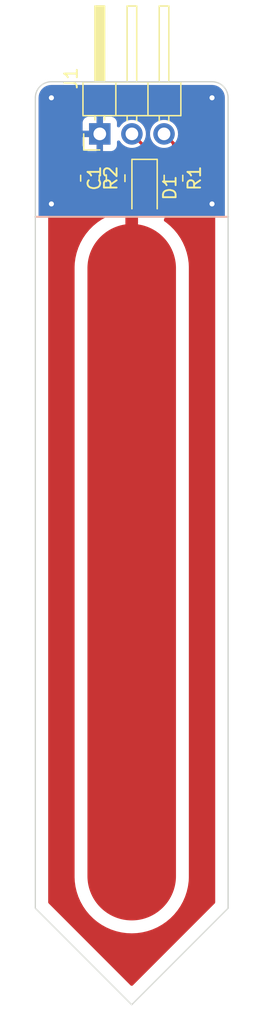
<source format=kicad_pcb>
(kicad_pcb (version 20211014) (generator pcbnew)
  (layers (0 "F.Cu" signal) (31 "B.Cu" signal) (34 "B.Paste" user) (35 "F.Paste" user) (36 "B.SilkS" user "B.Silkscreen") (37 "F.SilkS" user "F.Silkscreen") (38 "B.Mask" user) (39 "F.Mask" user) (44 "Edge.Cuts" user))
  (net 0 "")
  (net 1 "/OUT")
  (net 2 "GND")
  (net 3 "Net-(D1-Pad2)")
  (net 4 "/PULSE")
  (footprint "Capacitor_SMD:C_0805_2012Metric" (layer "F.Cu") (at 135.89 94.234 90)
    (fp_text reference "C1" (at 0 -1.68 90) (layer "F.SilkS"))
    (fp_text value "1u")
    (fp_line (start -0.261252 0.735) (end 0.261252 0.735) (layer "F.SilkS") (width 0.12))
    (fp_line (start -0.261252 -0.735) (end 0.261252 -0.735) (layer "F.SilkS") (width 0.12))
    (pad "1" smd roundrect (at -0.95 0 90) (size 1 1.45) (layers "F.Cu" "F.Paste" "F.Mask") (net 1 "/OUT"))
    (pad "2" smd roundrect (at 0.95 0 90) (size 1 1.45) (layers "F.Cu" "F.Paste" "F.Mask") (net 2 "GND"))
  )
  (footprint "Resistor_SMD:R_0805_2012Metric" (layer "F.Cu") (at 133.858 94.234 -90)
    (fp_text reference "R2" (at 0 -1.65 90) (layer "F.SilkS"))
    (fp_text value "1M")
    (fp_line (start -0.227064 0.735) (end 0.227064 0.735) (layer "F.SilkS") (width 0.12))
    (fp_line (start -0.227064 -0.735) (end 0.227064 -0.735) (layer "F.SilkS") (width 0.12))
    (pad "1" smd roundrect (at -0.9125 0 270) (size 1.025 1.4) (layers "F.Cu" "F.Paste" "F.Mask") (roundrect_rratio 0.243902) (net 2 "GND"))
    (pad "2" smd roundrect (at 0.9125 0 270) (size 1.025 1.4) (layers "F.Cu" "F.Paste" "F.Mask") (roundrect_rratio 0.243902) (net 1 "/OUT"))
  )
  (footprint "Diode_SMD:D_SOD-123" (layer "F.Cu") (at 138.176 94.996 -90)
    (fp_text reference "D1" (at 0 -2 90) (layer "F.SilkS"))
    (fp_text value "1N4148W")
    (fp_line (start -2.25 -1) (end 1.65 -1) (layer "F.SilkS") (width 0.12))
    (fp_line (start -2.25 1) (end 1.65 1) (layer "F.SilkS") (width 0.12))
    (fp_line (start -2.25 -1) (end -2.25 1) (layer "F.SilkS") (width 0.12))
    (pad "1" smd rect (at -1.65 0 270) (size 0.9 1.2) (layers "F.Cu" "F.Paste" "F.Mask") (net 1 "/OUT"))
    (pad "2" smd rect (at 1.65 0 270) (size 0.9 1.2) (layers "F.Cu" "F.Paste" "F.Mask") (net 3 "Net-(D1-Pad2)"))
  )
  (footprint "Connector_PinHeader_2.54mm:PinHeader_1x03_P2.54mm_Horizontal" (layer "F.Cu") (at 134.635 90.735 90)
    (fp_text reference "J1" (at 4.385 -2.27 90) (layer "F.SilkS"))
    (fp_text value "Conn_01x03")
    (fp_line (start 10.1 5.46) (end 4.1 5.46) (layer "F.SilkS") (width 0.12))
    (fp_line (start 1.44 3.81) (end 4.1 3.81) (layer "F.SilkS") (width 0.12))
    (fp_line (start 1.042929 4.7) (end 1.44 4.7) (layer "F.SilkS") (width 0.12))
    (fp_line (start 10.1 -0.38) (end 10.1 0.38) (layer "F.SilkS") (width 0.12))
    (fp_line (start 4.1 2.16) (end 10.1 2.16) (layer "F.SilkS") (width 0.12))
    (fp_line (start 1.11 -0.38) (end 1.44 -0.38) (layer "F.SilkS") (width 0.12))
    (fp_line (start 1.44 6.41) (end 4.1 6.41) (layer "F.SilkS") (width 0.12))
    (fp_line (start 10.1 2.16) (end 10.1 2.92) (layer "F.SilkS") (width 0.12))
    (fp_line (start 10.1 0.38) (end 4.1 0.38) (layer "F.SilkS") (width 0.12))
    (fp_line (start 4.1 -0.08) (end 10.1 -0.08) (layer "F.SilkS") (width 0.12))
    (fp_line (start 1.44 -1.33) (end 1.44 6.41) (layer "F.SilkS") (width 0.12))
    (fp_line (start 4.1 -1.33) (end 1.44 -1.33) (layer "F.SilkS") (width 0.12))
    (fp_line (start 1.042929 5.46) (end 1.44 5.46) (layer "F.SilkS") (width 0.12))
    (fp_line (start 4.1 0.16) (end 10.1 0.16) (layer "F.SilkS") (width 0.12))
    (fp_line (start 1.042929 2.16) (end 1.44 2.16) (layer "F.SilkS") (width 0.12))
    (fp_line (start 4.1 -0.2) (end 10.1 -0.2) (layer "F.SilkS") (width 0.12))
    (fp_line (start 4.1 6.41) (end 4.1 -1.33) (layer "F.SilkS") (width 0.12))
    (fp_line (start 1.042929 2.92) (end 1.44 2.92) (layer "F.SilkS") (width 0.12))
    (fp_line (start -1.27 0) (end -1.27 -1.27) (layer "F.SilkS") (width 0.12))
    (fp_line (start 10.1 4.7) (end 10.1 5.46) (layer "F.SilkS") (width 0.12))
    (fp_line (start 4.1 0.04) (end 10.1 0.04) (layer "F.SilkS") (width 0.12))
    (fp_line (start 1.44 1.27) (end 4.1 1.27) (layer "F.SilkS") (width 0.12))
    (fp_line (start 4.1 0.28) (end 10.1 0.28) (layer "F.SilkS") (width 0.12))
    (fp_line (start -1.27 -1.27) (end 0 -1.27) (layer "F.SilkS") (width 0.12))
    (fp_line (start 4.1 -0.32) (end 10.1 -0.32) (layer "F.SilkS") (width 0.12))
    (fp_line (start 10.1 2.92) (end 4.1 2.92) (layer "F.SilkS") (width 0.12))
    (fp_line (start 4.1 -0.38) (end 10.1 -0.38) (layer "F.SilkS") (width 0.12))
    (fp_line (start 1.11 0.38) (end 1.44 0.38) (layer "F.SilkS") (width 0.12))
    (fp_line (start 4.1 4.7) (end 10.1 4.7) (layer "F.SilkS") (width 0.12))
    (pad "1" thru_hole rect (at 0 0 90) (size 1.7 1.7) (drill 1) (layers *.Cu *.Mask) (net 2 "GND"))
    (pad "2" thru_hole oval (at 0 2.54 90) (size 1.7 1.7) (drill 1) (layers *.Cu *.Mask) (net 1 "/OUT"))
    (pad "3" thru_hole oval (at 0 5.08 90) (size 1.7 1.7) (drill 1) (layers *.Cu *.Mask) (net 4 "/PULSE"))
  )
  (footprint "Resistor_SMD:R_0805_2012Metric" (layer "F.Cu") (at 140.462 94.234 -90)
    (fp_text reference "R1" (at 0 -1.65 90) (layer "F.SilkS"))
    (fp_text value "1k")
    (fp_line (start -0.227064 0.735) (end 0.227064 0.735) (layer "F.SilkS") (width 0.12))
    (fp_line (start -0.227064 -0.735) (end 0.227064 -0.735) (layer "F.SilkS") (width 0.12))
    (pad "1" smd roundrect (at -0.9125 0 270) (size 1.025 1.4) (layers "F.Cu" "F.Paste" "F.Mask") (roundrect_rratio 0.243902) (net 4 "/PULSE"))
    (pad "2" smd roundrect (at 0.9125 0 270) (size 1.025 1.4) (layers "F.Cu" "F.Paste" "F.Mask") (roundrect_rratio 0.243902) (net 3 "Net-(D1-Pad2)"))
  )
  (gr_line (start 144.78 97.282) (end 129.54 97.282) (layer "B.SilkS") (width 0.15))
  (gr_line (start 144.78 97.282) (end 129.54 97.282) (layer "F.SilkS") (width 0.15))
  (gr_line (start 144.78 151.892) (end 144.78 87.884) (layer "Edge.Cuts") (width 0.1))
  (gr_line (start 129.54 151.892) (end 129.54 87.884) (layer "Edge.Cuts") (width 0.1))
  (gr_arc (start 143.51 86.614) (mid 144.408026 86.985974) (end 144.78 87.884) (layer "Edge.Cuts") (width 0.1))
  (gr_line (start 137.16 159.512) (end 144.78 151.892) (layer "Edge.Cuts") (width 0.1))
  (gr_arc (start 129.54 87.884) (mid 129.911974 86.985974) (end 130.81 86.614) (layer "Edge.Cuts") (width 0.1))
  (gr_line (start 143.51 86.614) (end 130.81 86.614) (layer "Edge.Cuts") (width 0.1))
  (gr_line (start 137.16 159.512) (end 129.54 151.892) (layer "Edge.Cuts") (width 0.1))
  (segment (start 136.338 95.184) (end 138.176 93.346) (width 0.25) (layer "F.Cu") (net 1))
  (segment (start 137.175 90.735) (end 138.176 91.736) (width 0.25) (layer "F.Cu") (net 1))
  (segment (start 138.176 91.736) (end 138.176 93.346) (width 0.25) (layer "F.Cu") (net 1))
  (segment (start 135.8525 95.1465) (end 135.89 95.184) (width 0.25) (layer "F.Cu") (net 1))
  (segment (start 133.858 95.1465) (end 135.8525 95.1465) (width 0.25) (layer "F.Cu") (net 1))
  (segment (start 135.89 95.184) (end 136.338 95.184) (width 0.25) (layer "F.Cu") (net 1))
  (via (at 130.81 96.266) (size 0.8) (drill 0.4) (layers "F.Cu" "B.Cu") (net 2))
  (via (at 143.51 96.266) (size 0.8) (drill 0.4) (layers "F.Cu" "B.Cu") (net 2))
  (via (at 143.51 87.884) (size 0.8) (drill 0.4) (layers "F.Cu" "B.Cu") (net 2))
  (via (at 130.81 87.884) (size 0.8) (drill 0.4) (layers "F.Cu" "B.Cu") (net 2))
  (segment (start 137.16 97.028) (end 137.16 101.346) (width 1) (layer "F.Cu") (net 3))
  (segment (start 138.176 96.646) (end 137.542 96.646) (width 1) (layer "F.Cu") (net 3))
  (segment (start 139.6755 95.1465) (end 138.176 96.646) (width 1) (layer "F.Cu") (net 3))
  (segment (start 137.542 96.646) (end 137.16 97.028) (width 1) (layer "F.Cu") (net 3))
  (segment (start 140.462 95.1465) (end 139.6755 95.1465) (width 1) (layer "F.Cu") (net 3))
  (segment (start 137.16 101.346) (end 137.16 149.352) (width 7) (layer "F.Cu") (net 3))
  (segment (start 140.462 91.482) (end 140.462 93.3215) (width 0.25) (layer "F.Cu") (net 4))
  (segment (start 139.715 90.735) (end 140.462 91.482) (width 0.25) (layer "F.Cu") (net 4))
  (zone (net 2) (net_name "GND") (layers F&B.Cu) (connect_pads (clearance 0.254)) (min_thickness 0.254) (fill yes (thermal_gap 0.508) (thermal_bridge_width 0.508))
    (polygon (pts (xy 147.066 97.282) (xy 126.746 97.282) (xy 126.746 84.074) (xy 147.066 84.074)))
  )
  (zone (net 2) (net_name "GND") (layer "F.Cu") (connect_pads (clearance 1.016)) (min_thickness 0.254) (fill yes (thermal_gap 0.508) (thermal_bridge_width 0.508))
    (polygon (pts (xy 147.066 161.036) (xy 126.746 161.036) (xy 126.746 97.282) (xy 147.066 97.282)))
  )
)
</source>
